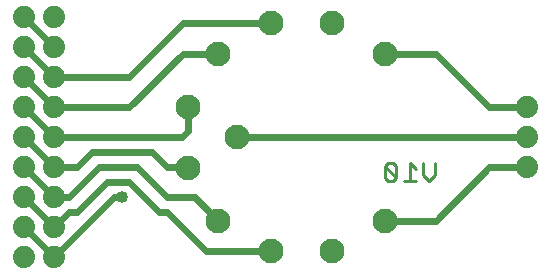
<source format=gbr>
G04 EAGLE Gerber RS-274X export*
G75*
%MOMM*%
%FSLAX34Y34*%
%LPD*%
%INBottom Copper*%
%IPPOS*%
%AMOC8*
5,1,8,0,0,1.08239X$1,22.5*%
G01*
%ADD10C,0.279400*%
%ADD11C,2.100000*%
%ADD12C,1.879600*%
%ADD13C,0.609600*%
%ADD14C,1.016000*%


D10*
X379603Y105296D02*
X379603Y95297D01*
X374603Y90297D01*
X369604Y95297D01*
X369604Y105296D01*
X363231Y100296D02*
X358232Y105296D01*
X358232Y90297D01*
X363231Y90297D02*
X353232Y90297D01*
X346860Y92797D02*
X346860Y102796D01*
X344360Y105296D01*
X339360Y105296D01*
X336861Y102796D01*
X336861Y92797D01*
X339360Y90297D01*
X344360Y90297D01*
X346860Y92797D01*
X336861Y102796D01*
D11*
X211700Y127000D03*
X337411Y56289D03*
X292582Y30407D03*
X240818Y30407D03*
X195989Y56289D03*
X170107Y101118D03*
X170107Y152882D03*
X195989Y197711D03*
X240818Y223593D03*
X292582Y223593D03*
X337411Y197711D03*
D12*
X457200Y101600D03*
X457200Y127000D03*
X457200Y152400D03*
X31750Y25400D03*
X57150Y25400D03*
X31750Y50800D03*
X57150Y50800D03*
X57150Y76200D03*
X31750Y76200D03*
X57150Y101600D03*
X31750Y101600D03*
X57150Y127000D03*
X31750Y127000D03*
X57150Y152400D03*
X31750Y152400D03*
X31750Y177800D03*
X57150Y177800D03*
X31750Y203200D03*
X57150Y203200D03*
X31750Y228600D03*
X57150Y228600D03*
D13*
X211700Y127000D02*
X457200Y127000D01*
X457200Y101600D02*
X425450Y101600D01*
X380139Y56289D02*
X337411Y56289D01*
X380139Y56289D02*
X425450Y101600D01*
X425450Y152400D02*
X457200Y152400D01*
X425450Y152400D02*
X380139Y197711D01*
X337411Y197711D01*
X57150Y25400D02*
X31750Y50800D01*
D14*
X114300Y76200D03*
D13*
X107950Y76200D02*
X57150Y25400D01*
X107950Y76200D02*
X114300Y76200D01*
X57150Y50800D02*
X31750Y76200D01*
X57150Y50800D02*
X69850Y63500D01*
X76200Y63500D01*
X101600Y88900D01*
X120650Y88900D01*
X146050Y63500D01*
X152400Y63500D01*
X185493Y30407D02*
X240818Y30407D01*
X185493Y30407D02*
X152400Y63500D01*
X57150Y76200D02*
X31750Y101600D01*
X57150Y76200D02*
X69850Y76200D01*
X95250Y101600D01*
X127000Y101600D01*
X152400Y76200D01*
X176079Y76200D01*
X195989Y56289D01*
X57150Y101600D02*
X31750Y127000D01*
X169626Y101600D02*
X170107Y101118D01*
X76200Y101600D02*
X57150Y101600D01*
X76200Y101600D02*
X88900Y114300D01*
X139700Y114300D01*
X152400Y101600D01*
X169626Y101600D01*
X57150Y127000D02*
X31750Y152400D01*
X57150Y127000D02*
X165100Y127000D01*
X170107Y132007D02*
X170107Y152882D01*
X170107Y132007D02*
X165100Y127000D01*
X57150Y152400D02*
X31750Y177800D01*
X57150Y152400D02*
X120650Y152400D01*
X165961Y197711D01*
X195989Y197711D01*
X57150Y203200D02*
X31750Y228600D01*
X31750Y203200D02*
X57150Y177800D01*
X120650Y177800D01*
X166443Y223593D01*
X240818Y223593D01*
M02*

</source>
